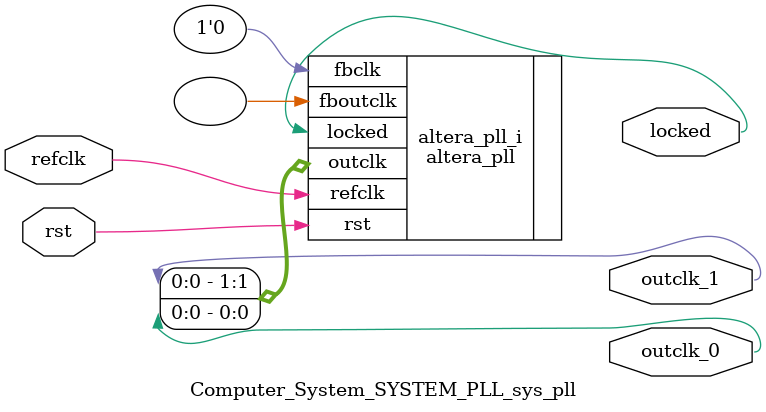
<source format=v>
`timescale 1ns/10ps
module  Computer_System_SYSTEM_PLL_sys_pll(

	// interface 'refclk'
	input wire refclk,

	// interface 'reset'
	input wire rst,

	// interface 'outclk0'
	output wire outclk_0,

	// interface 'outclk1'
	output wire outclk_1,

	// interface 'locked'
	output wire locked
);

	altera_pll #(
		.fractional_vco_multiplier("false"),
		.reference_clock_frequency("50.0 MHz"),
		.operation_mode("direct"),
		.number_of_clocks(2),
		.output_clock_frequency0("100.000000 MHz"),
		.phase_shift0("0 ps"),
		.duty_cycle0(50),
		.output_clock_frequency1("100.000000 MHz"),
		.phase_shift1("-3000 ps"),
		.duty_cycle1(50),
		.output_clock_frequency2("0 MHz"),
		.phase_shift2("0 ps"),
		.duty_cycle2(50),
		.output_clock_frequency3("0 MHz"),
		.phase_shift3("0 ps"),
		.duty_cycle3(50),
		.output_clock_frequency4("0 MHz"),
		.phase_shift4("0 ps"),
		.duty_cycle4(50),
		.output_clock_frequency5("0 MHz"),
		.phase_shift5("0 ps"),
		.duty_cycle5(50),
		.output_clock_frequency6("0 MHz"),
		.phase_shift6("0 ps"),
		.duty_cycle6(50),
		.output_clock_frequency7("0 MHz"),
		.phase_shift7("0 ps"),
		.duty_cycle7(50),
		.output_clock_frequency8("0 MHz"),
		.phase_shift8("0 ps"),
		.duty_cycle8(50),
		.output_clock_frequency9("0 MHz"),
		.phase_shift9("0 ps"),
		.duty_cycle9(50),
		.output_clock_frequency10("0 MHz"),
		.phase_shift10("0 ps"),
		.duty_cycle10(50),
		.output_clock_frequency11("0 MHz"),
		.phase_shift11("0 ps"),
		.duty_cycle11(50),
		.output_clock_frequency12("0 MHz"),
		.phase_shift12("0 ps"),
		.duty_cycle12(50),
		.output_clock_frequency13("0 MHz"),
		.phase_shift13("0 ps"),
		.duty_cycle13(50),
		.output_clock_frequency14("0 MHz"),
		.phase_shift14("0 ps"),
		.duty_cycle14(50),
		.output_clock_frequency15("0 MHz"),
		.phase_shift15("0 ps"),
		.duty_cycle15(50),
		.output_clock_frequency16("0 MHz"),
		.phase_shift16("0 ps"),
		.duty_cycle16(50),
		.output_clock_frequency17("0 MHz"),
		.phase_shift17("0 ps"),
		.duty_cycle17(50),
		.pll_type("General"),
		.pll_subtype("General")
	) altera_pll_i (
		.rst	(rst),
		.outclk	({outclk_1, outclk_0}),
		.locked	(locked),
		.fboutclk	( ),
		.fbclk	(1'b0),
		.refclk	(refclk)
	);
endmodule


</source>
